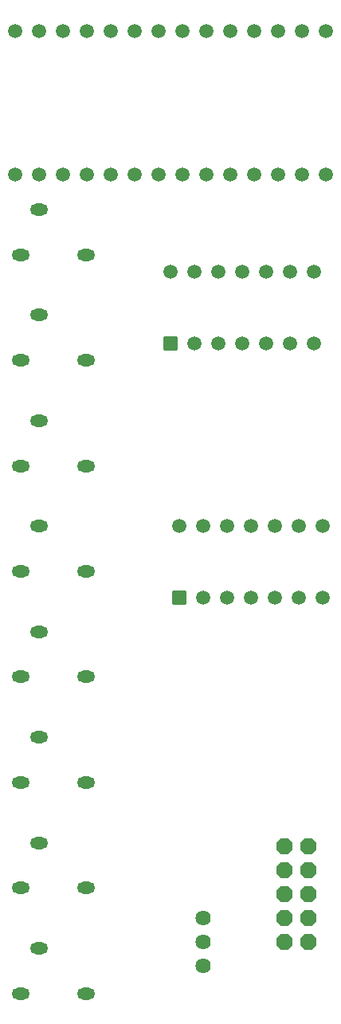
<source format=gbs>
G04 Layer: BottomSolderMaskLayer*
G04 EasyEDA v6.5.22, 2023-04-13 12:14:21*
G04 8c6dcb5ec9fe4ba2bbc49dbc1e847b49,f016fa541b524367aba1ea0f7d3472e8,10*
G04 Gerber Generator version 0.2*
G04 Scale: 100 percent, Rotated: No, Reflected: No *
G04 Dimensions in millimeters *
G04 leading zeros omitted , absolute positions ,4 integer and 5 decimal *
%FSLAX45Y45*%
%MOMM*%

%AMMACRO1*4,1,8,-0.3607,-0.8712,-0.8712,-0.3607,-0.8712,0.3607,-0.3607,0.8712,0.3607,0.8712,0.8712,0.3607,0.8712,-0.3607,0.3607,-0.8712,-0.3607,-0.8712,0*%
%AMMACRO2*1,1,$1,$2,$3*1,1,$1,$4,$5*1,1,$1,0-$2,0-$3*1,1,$1,0-$4,0-$5*20,1,$1,$2,$3,$4,$5,0*20,1,$1,$4,$5,0-$2,0-$3,0*20,1,$1,0-$2,0-$3,0-$4,0-$5,0*20,1,$1,0-$4,0-$5,$2,$3,0*4,1,4,$2,$3,$4,$5,0-$2,0-$3,0-$4,0-$5,$2,$3,0*%
%ADD10O,1.9015964X1.3015976000000002*%
%ADD11MACRO1*%
%ADD12C,1.5032*%
%ADD13C,1.6256*%
%ADD14MACRO2,0.1016X-0.6985X0.6985X0.6985X0.6985*%
%ADD15C,1.4986*%

%LPD*%
D10*
G01*
X221513Y7989595D03*
G01*
X921512Y7989595D03*
G01*
X421512Y8469604D03*
G01*
X221513Y6868388D03*
G01*
X921512Y6868388D03*
G01*
X421512Y7348397D03*
G01*
X221513Y5747130D03*
G01*
X921512Y5747130D03*
G01*
X421512Y6227140D03*
G01*
X221513Y4625924D03*
G01*
X921512Y4625924D03*
G01*
X421512Y5105933D03*
G01*
X221513Y3504666D03*
G01*
X921512Y3504666D03*
G01*
X421512Y3984675D03*
G01*
X221513Y2383459D03*
G01*
X921512Y2383459D03*
G01*
X421512Y2863469D03*
G01*
X221513Y1262227D03*
G01*
X921512Y1262227D03*
G01*
X421512Y1742236D03*
G01*
X221513Y140995D03*
G01*
X921512Y140995D03*
G01*
X421512Y621004D03*
D11*
G01*
X3276600Y685800D03*
G01*
X3022600Y685800D03*
G01*
X3276600Y939800D03*
G01*
X3022600Y939800D03*
G01*
X3276600Y1193800D03*
G01*
X3022600Y1193800D03*
G01*
X3276600Y1447800D03*
G01*
X3022600Y1447800D03*
G01*
X3276600Y1701800D03*
G01*
X3022600Y1701800D03*
D12*
G01*
X165100Y8839200D03*
G01*
X419100Y8839200D03*
G01*
X673100Y8839200D03*
G01*
X927100Y8839200D03*
G01*
X1181100Y8839200D03*
G01*
X1435100Y8839200D03*
G01*
X1689100Y8839200D03*
G01*
X1943100Y8839200D03*
G01*
X2197100Y8839200D03*
G01*
X2451100Y8839200D03*
G01*
X2705100Y8839200D03*
G01*
X2959100Y8839200D03*
G01*
X3213100Y8839200D03*
G01*
X3467100Y8839200D03*
G01*
X3467100Y10363200D03*
G01*
X3213100Y10363200D03*
G01*
X2959100Y10363200D03*
G01*
X2705100Y10363200D03*
G01*
X2451100Y10363200D03*
G01*
X2197100Y10363200D03*
G01*
X1943100Y10363200D03*
G01*
X1689100Y10363200D03*
G01*
X1435100Y10363200D03*
G01*
X1181100Y10363200D03*
G01*
X927100Y10363200D03*
G01*
X673100Y10363200D03*
G01*
X419100Y10363200D03*
G01*
X165100Y10363200D03*
D13*
G01*
X2165350Y438175D03*
G01*
X2165350Y692175D03*
G01*
X2165350Y946175D03*
D14*
G01*
X1816100Y7048500D03*
D15*
G01*
X2070100Y7048500D03*
G01*
X2324100Y7048500D03*
G01*
X2578100Y7048500D03*
G01*
X2832100Y7048500D03*
G01*
X3086100Y7048500D03*
G01*
X3340100Y7048500D03*
G01*
X3340100Y7810500D03*
G01*
X3086100Y7810500D03*
G01*
X2832100Y7810500D03*
G01*
X2578100Y7810500D03*
G01*
X2324100Y7810500D03*
G01*
X2070100Y7810500D03*
G01*
X1816100Y7810500D03*
D14*
G01*
X1905000Y4343400D03*
D15*
G01*
X2159000Y4343400D03*
G01*
X2413000Y4343400D03*
G01*
X2667000Y4343400D03*
G01*
X2921000Y4343400D03*
G01*
X3175000Y4343400D03*
G01*
X3429000Y4343400D03*
G01*
X3429000Y5105400D03*
G01*
X3175000Y5105400D03*
G01*
X2921000Y5105400D03*
G01*
X2667000Y5105400D03*
G01*
X2413000Y5105400D03*
G01*
X2159000Y5105400D03*
G01*
X1905000Y5105400D03*
M02*

</source>
